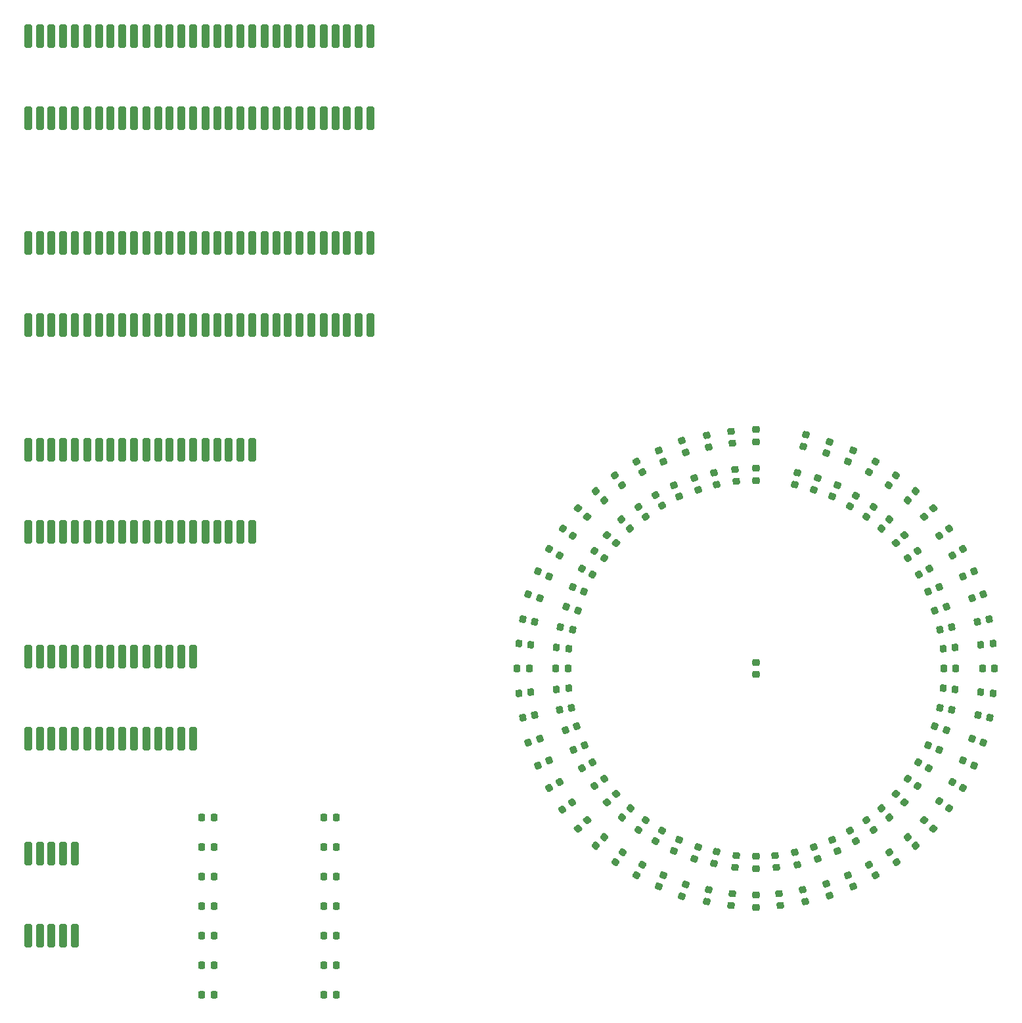
<source format=gbr>
%TF.GenerationSoftware,KiCad,Pcbnew,6.0.7-f9a2dced07~116~ubuntu20.04.1*%
%TF.CreationDate,2022-10-07T18:50:10+02:00*%
%TF.ProjectId,dcf77,64636637-372e-46b6-9963-61645f706362,rev?*%
%TF.SameCoordinates,Original*%
%TF.FileFunction,Paste,Bot*%
%TF.FilePolarity,Positive*%
%FSLAX46Y46*%
G04 Gerber Fmt 4.6, Leading zero omitted, Abs format (unit mm)*
G04 Created by KiCad (PCBNEW 6.0.7-f9a2dced07~116~ubuntu20.04.1) date 2022-10-07 18:50:10*
%MOMM*%
%LPD*%
G01*
G04 APERTURE LIST*
G04 Aperture macros list*
%AMRoundRect*
0 Rectangle with rounded corners*
0 $1 Rounding radius*
0 $2 $3 $4 $5 $6 $7 $8 $9 X,Y pos of 4 corners*
0 Add a 4 corners polygon primitive as box body*
4,1,4,$2,$3,$4,$5,$6,$7,$8,$9,$2,$3,0*
0 Add four circle primitives for the rounded corners*
1,1,$1+$1,$2,$3*
1,1,$1+$1,$4,$5*
1,1,$1+$1,$6,$7*
1,1,$1+$1,$8,$9*
0 Add four rect primitives between the rounded corners*
20,1,$1+$1,$2,$3,$4,$5,0*
20,1,$1+$1,$4,$5,$6,$7,0*
20,1,$1+$1,$6,$7,$8,$9,0*
20,1,$1+$1,$8,$9,$2,$3,0*%
G04 Aperture macros list end*
%ADD10RoundRect,0.218750X0.112544X-0.317568X0.331294X0.061318X-0.112544X0.317568X-0.331294X-0.061318X0*%
%ADD11RoundRect,0.218750X0.078733X-0.327592X0.335889X0.026352X-0.078733X0.327592X-0.335889X-0.026352X0*%
%ADD12RoundRect,0.218750X0.128858X0.311306X-0.287229X0.176111X-0.128858X-0.311306X0.287229X-0.176111X0*%
%ADD13RoundRect,0.218750X-0.287229X-0.176111X0.128858X-0.311306X0.287229X0.176111X-0.128858X0.311306X0*%
%ADD14RoundRect,0.250000X0.250000X1.250000X-0.250000X1.250000X-0.250000X-1.250000X0.250000X-1.250000X0*%
%ADD15RoundRect,0.218750X0.317568X0.112544X-0.061318X0.331294X-0.317568X-0.112544X0.061318X-0.331294X0*%
%ADD16RoundRect,0.218750X-0.044059X0.334028X-0.336803X0.008902X0.044059X-0.334028X0.336803X-0.008902X0*%
%ADD17RoundRect,0.218750X0.176111X-0.287229X0.311306X0.128858X-0.176111X0.287229X-0.311306X-0.128858X0*%
%ADD18RoundRect,0.218750X0.218750X0.256250X-0.218750X0.256250X-0.218750X-0.256250X0.218750X-0.256250X0*%
%ADD19RoundRect,0.218750X0.026352X0.335889X-0.327592X0.078733X-0.026352X-0.335889X0.327592X-0.078733X0*%
%ADD20RoundRect,0.218750X0.205170X-0.267247X0.296131X0.160692X-0.205170X0.267247X-0.296131X-0.160692X0*%
%ADD21RoundRect,0.218750X0.331294X-0.061318X0.112544X0.317568X-0.331294X0.061318X-0.112544X-0.317568X0*%
%ADD22RoundRect,0.218750X-0.334028X-0.044059X-0.008902X-0.336803X0.334028X0.044059X0.008902X0.336803X0*%
%ADD23RoundRect,0.218750X0.256250X-0.218750X0.256250X0.218750X-0.256250X0.218750X-0.256250X-0.218750X0*%
%ADD24RoundRect,0.218750X0.336803X0.008902X0.044059X0.334028X-0.336803X-0.008902X-0.044059X-0.334028X0*%
%ADD25RoundRect,0.218750X0.190766X0.277712X-0.244337X0.231981X-0.190766X-0.277712X0.244337X-0.231981X0*%
%ADD26RoundRect,0.218750X0.334028X0.044059X0.008902X0.336803X-0.334028X-0.044059X-0.008902X-0.336803X0*%
%ADD27RoundRect,0.218750X0.304064X0.145122X-0.095612X0.323070X-0.304064X-0.145122X0.095612X-0.323070X0*%
%ADD28RoundRect,0.218750X-0.218750X-0.256250X0.218750X-0.256250X0.218750X0.256250X-0.218750X0.256250X0*%
%ADD29RoundRect,0.218750X-0.176111X0.287229X-0.311306X-0.128858X0.176111X-0.287229X0.311306X0.128858X0*%
%ADD30RoundRect,0.218750X0.277712X-0.190766X0.231981X0.244337X-0.277712X0.190766X-0.231981X-0.244337X0*%
%ADD31RoundRect,0.218750X-0.008902X0.336803X-0.334028X0.044059X0.008902X-0.336803X0.334028X-0.044059X0*%
%ADD32RoundRect,0.218750X-0.128858X-0.311306X0.287229X-0.176111X0.128858X0.311306X-0.287229X0.176111X0*%
%ADD33RoundRect,0.218750X0.296131X-0.160692X0.205170X0.267247X-0.296131X0.160692X-0.205170X-0.267247X0*%
%ADD34RoundRect,0.218750X-0.311306X0.128858X-0.176111X-0.287229X0.311306X-0.128858X0.176111X0.287229X0*%
%ADD35RoundRect,0.218750X0.160692X0.296131X-0.267247X0.205170X-0.160692X-0.296131X0.267247X-0.205170X0*%
%ADD36RoundRect,0.218750X-0.190766X-0.277712X0.244337X-0.231981X0.190766X0.277712X-0.244337X0.231981X0*%
%ADD37RoundRect,0.218750X0.008902X-0.336803X0.334028X-0.044059X-0.008902X0.336803X-0.334028X0.044059X0*%
%ADD38RoundRect,0.218750X0.327592X0.078733X-0.026352X0.335889X-0.327592X-0.078733X0.026352X-0.335889X0*%
%ADD39RoundRect,0.218750X-0.145122X0.304064X-0.323070X-0.095612X0.145122X-0.304064X0.323070X0.095612X0*%
%ADD40RoundRect,0.218750X-0.244337X-0.231981X0.190766X-0.277712X0.244337X0.231981X-0.190766X0.277712X0*%
%ADD41RoundRect,0.218750X-0.026352X-0.335889X0.327592X-0.078733X0.026352X0.335889X-0.327592X0.078733X0*%
%ADD42RoundRect,0.218750X-0.277712X0.190766X-0.231981X-0.244337X0.277712X-0.190766X0.231981X0.244337X0*%
%ADD43RoundRect,0.218750X-0.095612X-0.323070X0.304064X-0.145122X0.095612X0.323070X-0.304064X0.145122X0*%
%ADD44RoundRect,0.218750X0.095612X0.323070X-0.304064X0.145122X-0.095612X-0.323070X0.304064X-0.145122X0*%
%ADD45RoundRect,0.218750X-0.112544X0.317568X-0.331294X-0.061318X0.112544X-0.317568X0.331294X0.061318X0*%
%ADD46RoundRect,0.218750X-0.160692X-0.296131X0.267247X-0.205170X0.160692X0.296131X-0.267247X0.205170X0*%
%ADD47RoundRect,0.218750X0.061318X0.331294X-0.317568X0.112544X-0.061318X-0.331294X0.317568X-0.112544X0*%
%ADD48RoundRect,0.218750X-0.078733X0.327592X-0.335889X-0.026352X0.078733X-0.327592X0.335889X0.026352X0*%
%ADD49RoundRect,0.218750X-0.331294X0.061318X-0.112544X-0.317568X0.331294X-0.061318X0.112544X0.317568X0*%
%ADD50RoundRect,0.218750X-0.327592X-0.078733X0.026352X-0.335889X0.327592X0.078733X-0.026352X0.335889X0*%
%ADD51RoundRect,0.218750X-0.317568X-0.112544X0.061318X-0.331294X0.317568X0.112544X-0.061318X0.331294X0*%
%ADD52RoundRect,0.218750X0.145122X-0.304064X0.323070X0.095612X-0.145122X0.304064X-0.323070X-0.095612X0*%
%ADD53RoundRect,0.218750X-0.304064X-0.145122X0.095612X-0.323070X0.304064X0.145122X-0.095612X0.323070X0*%
%ADD54RoundRect,0.218750X0.311306X-0.128858X0.176111X0.287229X-0.311306X0.128858X-0.176111X-0.287229X0*%
%ADD55RoundRect,0.218750X-0.296131X0.160692X-0.205170X-0.267247X0.296131X-0.160692X0.205170X0.267247X0*%
%ADD56RoundRect,0.218750X0.323070X-0.095612X0.145122X0.304064X-0.323070X0.095612X-0.145122X-0.304064X0*%
%ADD57RoundRect,0.218750X0.267247X0.205170X-0.160692X0.296131X-0.267247X-0.205170X0.160692X-0.296131X0*%
%ADD58RoundRect,0.218750X0.287229X0.176111X-0.128858X0.311306X-0.287229X-0.176111X0.128858X-0.311306X0*%
%ADD59RoundRect,0.218750X0.335889X-0.026352X0.078733X0.327592X-0.335889X0.026352X-0.078733X-0.327592X0*%
%ADD60RoundRect,0.218750X0.044059X-0.334028X0.336803X-0.008902X-0.044059X0.334028X-0.336803X0.008902X0*%
%ADD61RoundRect,0.218750X0.231981X-0.244337X0.277712X0.190766X-0.231981X0.244337X-0.277712X-0.190766X0*%
%ADD62RoundRect,0.218750X-0.336803X-0.008902X-0.044059X-0.334028X0.336803X0.008902X0.044059X0.334028X0*%
%ADD63RoundRect,0.218750X-0.205170X0.267247X-0.296131X-0.160692X0.205170X-0.267247X0.296131X0.160692X0*%
%ADD64RoundRect,0.218750X-0.256250X0.218750X-0.256250X-0.218750X0.256250X-0.218750X0.256250X0.218750X0*%
%ADD65RoundRect,0.218750X0.244337X0.231981X-0.190766X0.277712X-0.244337X-0.231981X0.190766X-0.277712X0*%
%ADD66RoundRect,0.218750X-0.335889X0.026352X-0.078733X-0.327592X0.335889X-0.026352X0.078733X0.327592X0*%
%ADD67RoundRect,0.218750X-0.267247X-0.205170X0.160692X-0.296131X0.267247X0.205170X-0.160692X0.296131X0*%
%ADD68RoundRect,0.218750X-0.231981X0.244337X-0.277712X-0.190766X0.231981X-0.244337X0.277712X0.190766X0*%
%ADD69RoundRect,0.218750X-0.323070X0.095612X-0.145122X-0.304064X0.323070X-0.095612X0.145122X0.304064X0*%
%ADD70RoundRect,0.218750X-0.061318X-0.331294X0.317568X-0.112544X0.061318X0.331294X-0.317568X0.112544X0*%
G04 APERTURE END LIST*
D10*
%TO.C,D356*%
X137606250Y-97681995D03*
X138393750Y-96318005D03*
%TD*%
D11*
%TO.C,D355*%
X140137119Y-99337101D03*
X141062881Y-98062899D03*
%TD*%
D12*
%TO.C,D249*%
X147548957Y-115056649D03*
X146051043Y-115543351D03*
%TD*%
D13*
%TO.C,D343*%
X150851043Y-132056649D03*
X152348957Y-132543351D03*
%TD*%
D14*
%TO.C,AFF406*%
X58070000Y-78740000D03*
X56570000Y-78740000D03*
X55070000Y-78740000D03*
X53570000Y-78740000D03*
X52070000Y-78740000D03*
X52070000Y-68140000D03*
X53570000Y-68140000D03*
X55070000Y-68140000D03*
X56570000Y-68140000D03*
X58070000Y-68140000D03*
%TD*%
D15*
%TO.C,D241*%
X145281995Y-135893750D03*
X143918005Y-135106250D03*
%TD*%
D16*
%TO.C,D254*%
X140226940Y-103814773D03*
X139173060Y-104985227D03*
%TD*%
D12*
%TO.C,D319*%
X95148957Y-132056649D03*
X93651043Y-132543351D03*
%TD*%
D17*
%TO.C,D358*%
X132056649Y-95248957D03*
X132543351Y-93751043D03*
%TD*%
D18*
%TO.C,D316*%
X93787500Y-123000000D03*
X92212500Y-123000000D03*
%TD*%
D19*
%TO.C,D322*%
X99337101Y-140237119D03*
X98062899Y-141162881D03*
%TD*%
D20*
%TO.C,D359*%
X129136270Y-94370291D03*
X129463730Y-92829709D03*
%TD*%
D21*
%TO.C,D306*%
X108393750Y-97681995D03*
X107606250Y-96318005D03*
%TD*%
D22*
%TO.C,D339*%
X144714773Y-142573060D03*
X145885227Y-143626940D03*
%TD*%
D23*
%TO.C,D504*%
X123000000Y-123787500D03*
X123000000Y-122212500D03*
%TD*%
D24*
%TO.C,D238*%
X140226940Y-142185227D03*
X139173060Y-141014773D03*
%TD*%
D25*
%TO.C,D317*%
X93983186Y-126017684D03*
X92416814Y-126182316D03*
%TD*%
D26*
%TO.C,D309*%
X101285227Y-103426940D03*
X100114773Y-102373060D03*
%TD*%
D27*
%TO.C,D312*%
X96319417Y-111120305D03*
X94880583Y-110479695D03*
%TD*%
D28*
%TO.C,D346*%
X152212500Y-123000000D03*
X153787500Y-123000000D03*
%TD*%
D29*
%TO.C,D328*%
X113943351Y-150851043D03*
X113456649Y-152348957D03*
%TD*%
D30*
%TO.C,D232*%
X125682316Y-148683186D03*
X125517684Y-147116814D03*
%TD*%
D18*
%TO.C,D401*%
X68885000Y-142240000D03*
X67310000Y-142240000D03*
%TD*%
D31*
%TO.C,D323*%
X101285227Y-142573060D03*
X100114773Y-143626940D03*
%TD*%
D22*
%TO.C,D209*%
X103814773Y-105773060D03*
X104985227Y-106826940D03*
%TD*%
D18*
%TO.C,D407*%
X68885000Y-165100000D03*
X67310000Y-165100000D03*
%TD*%
D32*
%TO.C,D349*%
X150851043Y-113943351D03*
X152348957Y-113456649D03*
%TD*%
D14*
%TO.C,AFF419*%
X35210000Y-132080000D03*
X33710000Y-132080000D03*
X32210000Y-132080000D03*
X30710000Y-132080000D03*
X29210000Y-132080000D03*
X29210000Y-121480000D03*
X30710000Y-121480000D03*
X32210000Y-121480000D03*
X33710000Y-121480000D03*
X35210000Y-121480000D03*
%TD*%
D33*
%TO.C,D303*%
X116963730Y-94470291D03*
X116636270Y-92929709D03*
%TD*%
D34*
%TO.C,D334*%
X132056649Y-150751043D03*
X132543351Y-152248957D03*
%TD*%
D35*
%TO.C,D318*%
X94470291Y-129036270D03*
X92929709Y-129363730D03*
%TD*%
D18*
%TO.C,D403*%
X68885000Y-149860000D03*
X67310000Y-149860000D03*
%TD*%
D31*
%TO.C,D253*%
X142185227Y-105773060D03*
X141014773Y-106826940D03*
%TD*%
D36*
%TO.C,D217*%
X97316814Y-125682316D03*
X98883186Y-125517684D03*
%TD*%
D37*
%TO.C,D353*%
X144714773Y-103426940D03*
X145885227Y-102373060D03*
%TD*%
D14*
%TO.C,AFF411*%
X35210000Y-52070000D03*
X33710000Y-52070000D03*
X32210000Y-52070000D03*
X30710000Y-52070000D03*
X29210000Y-52070000D03*
X29210000Y-41470000D03*
X30710000Y-41470000D03*
X32210000Y-41470000D03*
X33710000Y-41470000D03*
X35210000Y-41470000D03*
%TD*%
D38*
%TO.C,D240*%
X143837101Y-138162881D03*
X142562899Y-137237119D03*
%TD*%
D39*
%TO.C,D257*%
X133520305Y-99380583D03*
X132879695Y-100819417D03*
%TD*%
D40*
%TO.C,D215*%
X97316814Y-120317684D03*
X98883186Y-120482316D03*
%TD*%
D23*
%TO.C,D301*%
X123000000Y-93787500D03*
X123000000Y-92212500D03*
%TD*%
D41*
%TO.C,D352*%
X146662899Y-105862881D03*
X147937101Y-104937119D03*
%TD*%
D42*
%TO.C,D202*%
X120317684Y-97316814D03*
X120482316Y-98883186D03*
%TD*%
D43*
%TO.C,D220*%
X99480583Y-133520305D03*
X100919417Y-132879695D03*
%TD*%
D30*
%TO.C,D302*%
X119982316Y-93983186D03*
X119817684Y-92416814D03*
%TD*%
D44*
%TO.C,D250*%
X146619417Y-112479695D03*
X145180583Y-113120305D03*
%TD*%
D45*
%TO.C,D326*%
X108393750Y-148318005D03*
X107606250Y-149681995D03*
%TD*%
D18*
%TO.C,D404*%
X68885000Y-153670000D03*
X67310000Y-153670000D03*
%TD*%
D46*
%TO.C,D218*%
X97729709Y-128363730D03*
X99270291Y-128036270D03*
%TD*%
D47*
%TO.C,D251*%
X145381995Y-110106250D03*
X144018005Y-110893750D03*
%TD*%
D48*
%TO.C,D325*%
X105862881Y-146662899D03*
X104937119Y-147937101D03*
%TD*%
D49*
%TO.C,D206*%
X110106250Y-100618005D03*
X110893750Y-101981995D03*
%TD*%
D28*
%TO.C,D216*%
X97212500Y-123000000D03*
X98787500Y-123000000D03*
%TD*%
D50*
%TO.C,D340*%
X146662899Y-140137119D03*
X147937101Y-141062881D03*
%TD*%
D51*
%TO.C,D341*%
X148318005Y-137606250D03*
X149681995Y-138393750D03*
%TD*%
D18*
%TO.C,D405*%
X68885000Y-157480000D03*
X67310000Y-157480000D03*
%TD*%
D52*
%TO.C,D227*%
X112479695Y-146519417D03*
X113120305Y-145080583D03*
%TD*%
D14*
%TO.C,AFF403*%
X65690000Y-52070000D03*
X64190000Y-52070000D03*
X62690000Y-52070000D03*
X61190000Y-52070000D03*
X59690000Y-52070000D03*
X59690000Y-41470000D03*
X61190000Y-41470000D03*
X62690000Y-41470000D03*
X64190000Y-41470000D03*
X65690000Y-41470000D03*
%TD*%
D24*
%TO.C,D308*%
X103426940Y-101285227D03*
X102373060Y-100114773D03*
%TD*%
D53*
%TO.C,D212*%
X99380583Y-112479695D03*
X100819417Y-113120305D03*
%TD*%
D54*
%TO.C,D234*%
X130943351Y-147548957D03*
X130456649Y-146051043D03*
%TD*%
D44*
%TO.C,D320*%
X96319417Y-134879695D03*
X94880583Y-135520305D03*
%TD*%
D14*
%TO.C,AFF409*%
X42830000Y-52070000D03*
X41330000Y-52070000D03*
X39830000Y-52070000D03*
X38330000Y-52070000D03*
X36830000Y-52070000D03*
X36830000Y-41470000D03*
X38330000Y-41470000D03*
X39830000Y-41470000D03*
X41330000Y-41470000D03*
X42830000Y-41470000D03*
%TD*%
D18*
%TO.C,D409*%
X53137000Y-146050000D03*
X51562000Y-146050000D03*
%TD*%
D16*
%TO.C,D324*%
X103426940Y-144714773D03*
X102373060Y-145885227D03*
%TD*%
D45*
%TO.C,D256*%
X135893750Y-100718005D03*
X135106250Y-102081995D03*
%TD*%
D55*
%TO.C,D333*%
X129036270Y-151529709D03*
X129363730Y-153070291D03*
%TD*%
D49*
%TO.C,D336*%
X137606250Y-148318005D03*
X138393750Y-149681995D03*
%TD*%
D20*
%TO.C,D229*%
X117636270Y-148170291D03*
X117963730Y-146629709D03*
%TD*%
D54*
%TO.C,D304*%
X113943351Y-95148957D03*
X113456649Y-93651043D03*
%TD*%
D52*
%TO.C,D357*%
X134879695Y-96319417D03*
X135520305Y-94880583D03*
%TD*%
D14*
%TO.C,AFF414*%
X50450000Y-105410000D03*
X48950000Y-105410000D03*
X47450000Y-105410000D03*
X45950000Y-105410000D03*
X44450000Y-105410000D03*
X44450000Y-94810000D03*
X45950000Y-94810000D03*
X47450000Y-94810000D03*
X48950000Y-94810000D03*
X50450000Y-94810000D03*
%TD*%
D46*
%TO.C,D348*%
X151529709Y-116963730D03*
X153070291Y-116636270D03*
%TD*%
D56*
%TO.C,D305*%
X111120305Y-96319417D03*
X110479695Y-94880583D03*
%TD*%
D15*
%TO.C,D311*%
X97681995Y-108393750D03*
X96318005Y-107606250D03*
%TD*%
D14*
%TO.C,AFF412*%
X35210000Y-78740000D03*
X33710000Y-78740000D03*
X32210000Y-78740000D03*
X30710000Y-78740000D03*
X29210000Y-78740000D03*
X29210000Y-68140000D03*
X30710000Y-68140000D03*
X32210000Y-68140000D03*
X33710000Y-68140000D03*
X35210000Y-68140000D03*
%TD*%
D18*
%TO.C,D408*%
X53137000Y-142240000D03*
X51562000Y-142240000D03*
%TD*%
D53*
%TO.C,D342*%
X149680583Y-134879695D03*
X151119417Y-135520305D03*
%TD*%
D57*
%TO.C,D314*%
X94470291Y-116963730D03*
X92929709Y-116636270D03*
%TD*%
D19*
%TO.C,D252*%
X143837101Y-107837119D03*
X142562899Y-108762881D03*
%TD*%
D58*
%TO.C,D243*%
X147548957Y-130943351D03*
X146051043Y-130456649D03*
%TD*%
%TO.C,D313*%
X95148957Y-113943351D03*
X93651043Y-113456649D03*
%TD*%
D59*
%TO.C,D237*%
X138162881Y-143837101D03*
X137237119Y-142562899D03*
%TD*%
D56*
%TO.C,D235*%
X133520305Y-146519417D03*
X132879695Y-145080583D03*
%TD*%
D14*
%TO.C,AFF408*%
X50450000Y-78740000D03*
X48950000Y-78740000D03*
X47450000Y-78740000D03*
X45950000Y-78740000D03*
X44450000Y-78740000D03*
X44450000Y-68140000D03*
X45950000Y-68140000D03*
X47450000Y-68140000D03*
X48950000Y-68140000D03*
X50450000Y-68140000D03*
%TD*%
D60*
%TO.C,D354*%
X142573060Y-101285227D03*
X143626940Y-100114773D03*
%TD*%
D32*
%TO.C,D219*%
X98451043Y-130943351D03*
X99948957Y-130456649D03*
%TD*%
D18*
%TO.C,D246*%
X148787500Y-123000000D03*
X147212500Y-123000000D03*
%TD*%
%TO.C,D406*%
X68885000Y-161290000D03*
X67310000Y-161290000D03*
%TD*%
D37*
%TO.C,D223*%
X103814773Y-140226940D03*
X104985227Y-139173060D03*
%TD*%
D23*
%TO.C,D231*%
X123000000Y-148787500D03*
X123000000Y-147212500D03*
%TD*%
D61*
%TO.C,D230*%
X120335370Y-148666370D03*
X120500002Y-147099998D03*
%TD*%
D14*
%TO.C,AFF415*%
X42830000Y-105410000D03*
X41330000Y-105410000D03*
X39830000Y-105410000D03*
X38330000Y-105410000D03*
X36830000Y-105410000D03*
X36830000Y-94810000D03*
X38330000Y-94810000D03*
X39830000Y-94810000D03*
X41330000Y-94810000D03*
X42830000Y-94810000D03*
%TD*%
D34*
%TO.C,D204*%
X115056649Y-98451043D03*
X115543351Y-99948957D03*
%TD*%
D27*
%TO.C,D242*%
X146619417Y-133520305D03*
X145180583Y-132879695D03*
%TD*%
D14*
%TO.C,AFF420*%
X35210000Y-157480000D03*
X33710000Y-157480000D03*
X32210000Y-157480000D03*
X30710000Y-157480000D03*
X29210000Y-157480000D03*
X29210000Y-146880000D03*
X30710000Y-146880000D03*
X32210000Y-146880000D03*
X33710000Y-146880000D03*
X35210000Y-146880000D03*
%TD*%
D11*
%TO.C,D225*%
X107837119Y-143837101D03*
X108762881Y-142562899D03*
%TD*%
D50*
%TO.C,D210*%
X102162899Y-107837119D03*
X103437101Y-108762881D03*
%TD*%
D13*
%TO.C,D213*%
X98551043Y-115056649D03*
X100048957Y-115543351D03*
%TD*%
D18*
%TO.C,D503*%
X53137000Y-165100000D03*
X51562000Y-165100000D03*
%TD*%
D62*
%TO.C,D208*%
X105673060Y-103814773D03*
X106726940Y-104985227D03*
%TD*%
D14*
%TO.C,AFF402*%
X73310000Y-78740000D03*
X71810000Y-78740000D03*
X70310000Y-78740000D03*
X68810000Y-78740000D03*
X67310000Y-78740000D03*
X67310000Y-68140000D03*
X68810000Y-68140000D03*
X70310000Y-68140000D03*
X71810000Y-68140000D03*
X73310000Y-68140000D03*
%TD*%
D18*
%TO.C,D410*%
X53137000Y-149860000D03*
X51562000Y-149860000D03*
%TD*%
D60*
%TO.C,D224*%
X105773060Y-142185227D03*
X106826940Y-141014773D03*
%TD*%
D63*
%TO.C,D329*%
X116963730Y-151529709D03*
X116636270Y-153070291D03*
%TD*%
D33*
%TO.C,D233*%
X128363730Y-148270291D03*
X128036270Y-146729709D03*
%TD*%
D55*
%TO.C,D203*%
X117636270Y-97729709D03*
X117963730Y-99270291D03*
%TD*%
D47*
%TO.C,D321*%
X97681995Y-137606250D03*
X96318005Y-138393750D03*
%TD*%
D18*
%TO.C,D413*%
X53137000Y-161290000D03*
X51562000Y-161290000D03*
%TD*%
%TO.C,D402*%
X68885000Y-146050000D03*
X67310000Y-146050000D03*
%TD*%
D14*
%TO.C,AFF407*%
X50450000Y-52070000D03*
X48950000Y-52070000D03*
X47450000Y-52070000D03*
X45950000Y-52070000D03*
X44450000Y-52070000D03*
X44450000Y-41470000D03*
X45950000Y-41470000D03*
X47450000Y-41470000D03*
X48950000Y-41470000D03*
X50450000Y-41470000D03*
%TD*%
%TO.C,AFF417*%
X50450000Y-132080000D03*
X48950000Y-132080000D03*
X47450000Y-132080000D03*
X45950000Y-132080000D03*
X44450000Y-132080000D03*
X44450000Y-121480000D03*
X45950000Y-121480000D03*
X47450000Y-121480000D03*
X48950000Y-121480000D03*
X50450000Y-121480000D03*
%TD*%
%TO.C,AFF410*%
X42830000Y-78740000D03*
X41330000Y-78740000D03*
X39830000Y-78740000D03*
X38330000Y-78740000D03*
X36830000Y-78740000D03*
X36830000Y-68140000D03*
X38330000Y-68140000D03*
X39830000Y-68140000D03*
X41330000Y-68140000D03*
X42830000Y-68140000D03*
%TD*%
D42*
%TO.C,D332*%
X126017684Y-152016814D03*
X126182316Y-153583186D03*
%TD*%
D64*
%TO.C,D331*%
X123000000Y-152212500D03*
X123000000Y-153787500D03*
%TD*%
D14*
%TO.C,AFF418*%
X42830000Y-132080000D03*
X41330000Y-132080000D03*
X39830000Y-132080000D03*
X38330000Y-132080000D03*
X36830000Y-132080000D03*
X36830000Y-121480000D03*
X38330000Y-121480000D03*
X39830000Y-121480000D03*
X41330000Y-121480000D03*
X42830000Y-121480000D03*
%TD*%
D21*
%TO.C,D236*%
X135893750Y-145281995D03*
X135106250Y-143918005D03*
%TD*%
D18*
%TO.C,D412*%
X53137000Y-157480000D03*
X51562000Y-157480000D03*
%TD*%
D14*
%TO.C,AFF405*%
X58070000Y-52070000D03*
X56570000Y-52070000D03*
X55070000Y-52070000D03*
X53570000Y-52070000D03*
X52070000Y-52070000D03*
X52070000Y-41470000D03*
X53570000Y-41470000D03*
X55070000Y-41470000D03*
X56570000Y-41470000D03*
X58070000Y-41470000D03*
%TD*%
D35*
%TO.C,D248*%
X148270291Y-117636270D03*
X146729709Y-117963730D03*
%TD*%
D63*
%TO.C,D259*%
X128363730Y-97729709D03*
X128036270Y-99270291D03*
%TD*%
D48*
%TO.C,D255*%
X138162881Y-102162899D03*
X137237119Y-103437101D03*
%TD*%
D65*
%TO.C,D315*%
X93983186Y-119982316D03*
X92416814Y-119817684D03*
%TD*%
D41*
%TO.C,D222*%
X102162899Y-138162881D03*
X103437101Y-137237119D03*
%TD*%
D64*
%TO.C,D201*%
X123000000Y-97212500D03*
X123000000Y-98787500D03*
%TD*%
D66*
%TO.C,D207*%
X107837119Y-102162899D03*
X108762881Y-103437101D03*
%TD*%
D59*
%TO.C,D307*%
X105762881Y-99337101D03*
X104837119Y-98062899D03*
%TD*%
D14*
%TO.C,AFF416*%
X35210000Y-105410000D03*
X33710000Y-105410000D03*
X32210000Y-105410000D03*
X30710000Y-105410000D03*
X29210000Y-105410000D03*
X29210000Y-94810000D03*
X30710000Y-94810000D03*
X32210000Y-94810000D03*
X33710000Y-94810000D03*
X35210000Y-94810000D03*
%TD*%
D36*
%TO.C,D347*%
X152016814Y-119982316D03*
X153583186Y-119817684D03*
%TD*%
D43*
%TO.C,D350*%
X149680583Y-111120305D03*
X151119417Y-110479695D03*
%TD*%
D66*
%TO.C,D337*%
X140237119Y-146662899D03*
X141162881Y-147937101D03*
%TD*%
D25*
%TO.C,D247*%
X148683186Y-120317684D03*
X147116814Y-120482316D03*
%TD*%
D51*
%TO.C,D211*%
X100618005Y-110106250D03*
X101981995Y-110893750D03*
%TD*%
D26*
%TO.C,D239*%
X142185227Y-140226940D03*
X141014773Y-139173060D03*
%TD*%
D18*
%TO.C,D411*%
X53137000Y-153670000D03*
X51562000Y-153670000D03*
%TD*%
D14*
%TO.C,AFF401*%
X73310000Y-52070000D03*
X71810000Y-52070000D03*
X70310000Y-52070000D03*
X68810000Y-52070000D03*
X67310000Y-52070000D03*
X67310000Y-41470000D03*
X68810000Y-41470000D03*
X70310000Y-41470000D03*
X71810000Y-41470000D03*
X73310000Y-41470000D03*
%TD*%
D17*
%TO.C,D228*%
X115056649Y-147548957D03*
X115543351Y-146051043D03*
%TD*%
D10*
%TO.C,D226*%
X110106250Y-145281995D03*
X110893750Y-143918005D03*
%TD*%
D14*
%TO.C,AFF404*%
X65690000Y-78740000D03*
X64190000Y-78740000D03*
X62690000Y-78740000D03*
X61190000Y-78740000D03*
X59690000Y-78740000D03*
X59690000Y-68140000D03*
X61190000Y-68140000D03*
X62690000Y-68140000D03*
X64190000Y-68140000D03*
X65690000Y-68140000D03*
%TD*%
D62*
%TO.C,D338*%
X142573060Y-144714773D03*
X143626940Y-145885227D03*
%TD*%
D39*
%TO.C,D327*%
X111120305Y-149680583D03*
X110479695Y-151119417D03*
%TD*%
D65*
%TO.C,D245*%
X148683186Y-125682316D03*
X147116814Y-125517684D03*
%TD*%
D67*
%TO.C,D344*%
X151629709Y-129036270D03*
X153170291Y-129363730D03*
%TD*%
D68*
%TO.C,D330*%
X119982316Y-152016814D03*
X119817684Y-153583186D03*
%TD*%
D69*
%TO.C,D205*%
X112479695Y-99380583D03*
X113120305Y-100819417D03*
%TD*%
D70*
%TO.C,D221*%
X100618005Y-135893750D03*
X101981995Y-135106250D03*
%TD*%
D69*
%TO.C,D335*%
X134879695Y-149680583D03*
X135520305Y-151119417D03*
%TD*%
D57*
%TO.C,D244*%
X148270291Y-128363730D03*
X146729709Y-128036270D03*
%TD*%
D70*
%TO.C,D351*%
X148318005Y-108393750D03*
X149681995Y-107606250D03*
%TD*%
D29*
%TO.C,D258*%
X130943351Y-98451043D03*
X130456649Y-99948957D03*
%TD*%
D14*
%TO.C,AFF413*%
X58070000Y-105410000D03*
X56570000Y-105410000D03*
X55070000Y-105410000D03*
X53570000Y-105410000D03*
X52070000Y-105410000D03*
X52070000Y-94810000D03*
X53570000Y-94810000D03*
X55070000Y-94810000D03*
X56570000Y-94810000D03*
X58070000Y-94810000D03*
%TD*%
D40*
%TO.C,D345*%
X152016814Y-126017684D03*
X153583186Y-126182316D03*
%TD*%
D67*
%TO.C,D214*%
X97829709Y-117636270D03*
X99370291Y-117963730D03*
%TD*%
D38*
%TO.C,D310*%
X99437101Y-105862881D03*
X98162899Y-104937119D03*
%TD*%
M02*

</source>
